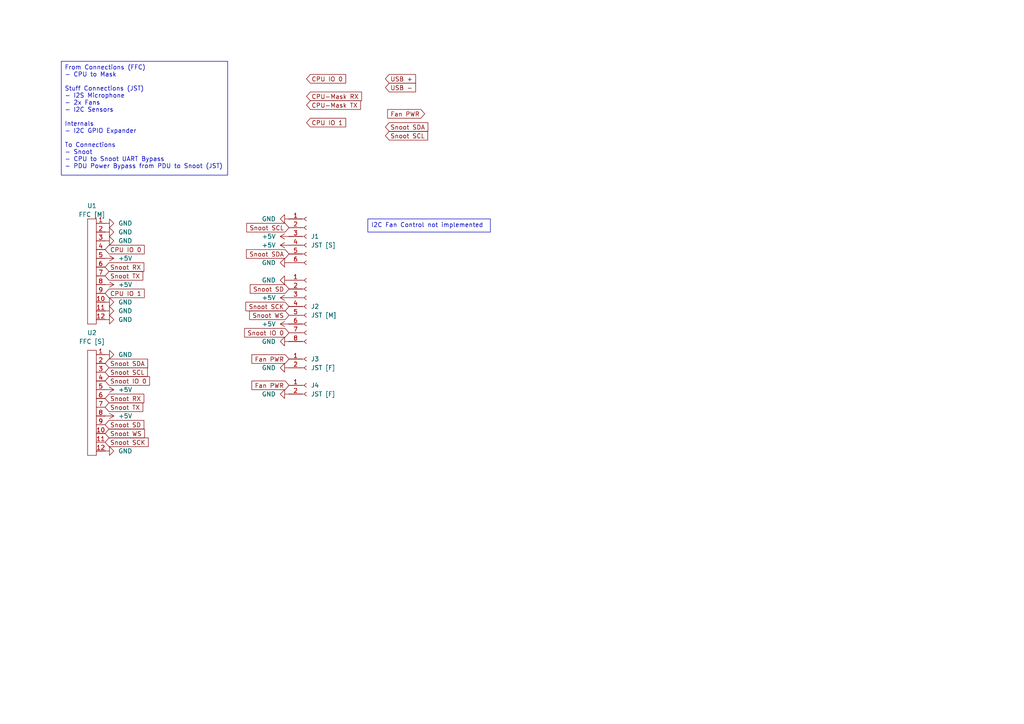
<source format=kicad_sch>
(kicad_sch (version 20231120) (generator "eeschema") (generator_version "8.0")
  (paper "A4")
  (lib_symbols
    (symbol "Connector:Conn_01x02_Socket" (pin_names (offset 1.016) hide)
      (property "Reference" "J" (at 0 2.54 0))
      (property "Value" "Conn_01x02_Socket" (at 0 -5.08 0))
      (symbol "Conn_01x02_Socket_1_1"
        (arc (start 0 -2.032) (mid -0.5058 -2.54) (end 0 -3.048) (stroke (width 0.1524)))
        (polyline (pts (xy -1.27 -2.54) (xy -0.508 -2.54)) (stroke (width 0.1524)))
        (polyline (pts (xy -1.27 0) (xy -0.508 0)) (stroke (width 0.1524)))
        (arc (start 0 0.508) (mid -0.5058 0) (end 0 -0.508) (stroke (width 0.1524)))
        (pin passive line (at -5.08 0 0) (length 3.81) (name "Pin_1") (number "1"))
        (pin passive line (at -5.08 -2.54 0) (length 3.81) (name "Pin_2") (number "2"))
      )
    )
    (symbol "Connector:Conn_01x06_Socket" (pin_names (offset 1.016) hide)
      (property "Reference" "J" (at 0 7.62 0))
      (property "Value" "Conn_01x06_Socket" (at 0 -10.16 0))
      (symbol "Conn_01x06_Socket_1_1"
        (arc (start 0 -7.112) (mid -0.5058 -7.62) (end 0 -8.128) (stroke (width 0.1524)))
        (arc (start 0 -4.572) (mid -0.5058 -5.08) (end 0 -5.588) (stroke (width 0.1524)))
        (arc (start 0 -2.032) (mid -0.5058 -2.54) (end 0 -3.048) (stroke (width 0.1524)))
        (polyline (pts (xy -1.27 -7.62) (xy -0.508 -7.62)) (stroke (width 0.1524)))
        (polyline (pts (xy -1.27 -5.08) (xy -0.508 -5.08)) (stroke (width 0.1524)))
        (polyline (pts (xy -1.27 -2.54) (xy -0.508 -2.54)) (stroke (width 0.1524)))
        (polyline (pts (xy -1.27 0) (xy -0.508 0)) (stroke (width 0.1524)))
        (polyline (pts (xy -1.27 2.54) (xy -0.508 2.54)) (stroke (width 0.1524)))
        (polyline (pts (xy -1.27 5.08) (xy -0.508 5.08)) (stroke (width 0.1524)))
        (arc (start 0 0.508) (mid -0.5058 0) (end 0 -0.508) (stroke (width 0.1524)))
        (arc (start 0 3.048) (mid -0.5058 2.54) (end 0 2.032) (stroke (width 0.1524)))
        (arc (start 0 5.588) (mid -0.5058 5.08) (end 0 4.572) (stroke (width 0.1524)))
        (pin passive line (at -5.08 5.08 0) (length 3.81) (name "Pin_1") (number "1"))
        (pin passive line (at -5.08 2.54 0) (length 3.81) (name "Pin_2") (number "2"))
        (pin passive line (at -5.08 0 0) (length 3.81) (name "Pin_3") (number "3"))
        (pin passive line (at -5.08 -2.54 0) (length 3.81) (name "Pin_4") (number "4"))
        (pin passive line (at -5.08 -5.08 0) (length 3.81) (name "Pin_5") (number "5"))
        (pin passive line (at -5.08 -7.62 0) (length 3.81) (name "Pin_6") (number "6"))
      )
    )
    (symbol "Connector:Conn_01x08_Socket" (pin_names (offset 1.016) hide)
      (property "Reference" "J" (at 0 10.16 0))
      (property "Value" "Conn_01x08_Socket" (at 0 -12.7 0))
      (symbol "Conn_01x08_Socket_1_1"
        (arc (start 0 -9.652) (mid -0.5058 -10.16) (end 0 -10.668) (stroke (width 0.1524)))
        (arc (start 0 -7.112) (mid -0.5058 -7.62) (end 0 -8.128) (stroke (width 0.1524)))
        (arc (start 0 -4.572) (mid -0.5058 -5.08) (end 0 -5.588) (stroke (width 0.1524)))
        (arc (start 0 -2.032) (mid -0.5058 -2.54) (end 0 -3.048) (stroke (width 0.1524)))
        (polyline (pts (xy -1.27 -10.16) (xy -0.508 -10.16)) (stroke (width 0.1524)))
        (polyline (pts (xy -1.27 -7.62) (xy -0.508 -7.62)) (stroke (width 0.1524)))
        (polyline (pts (xy -1.27 -5.08) (xy -0.508 -5.08)) (stroke (width 0.1524)))
        (polyline (pts (xy -1.27 -2.54) (xy -0.508 -2.54)) (stroke (width 0.1524)))
        (polyline (pts (xy -1.27 0) (xy -0.508 0)) (stroke (width 0.1524)))
        (polyline (pts (xy -1.27 2.54) (xy -0.508 2.54)) (stroke (width 0.1524)))
        (polyline (pts (xy -1.27 5.08) (xy -0.508 5.08)) (stroke (width 0.1524)))
        (polyline (pts (xy -1.27 7.62) (xy -0.508 7.62)) (stroke (width 0.1524)))
        (arc (start 0 0.508) (mid -0.5058 0) (end 0 -0.508) (stroke (width 0.1524)))
        (arc (start 0 3.048) (mid -0.5058 2.54) (end 0 2.032) (stroke (width 0.1524)))
        (arc (start 0 5.588) (mid -0.5058 5.08) (end 0 4.572) (stroke (width 0.1524)))
        (arc (start 0 8.128) (mid -0.5058 7.62) (end 0 7.112) (stroke (width 0.1524)))
        (pin passive line (at -5.08 7.62 0) (length 3.81) (name "Pin_1") (number "1"))
        (pin passive line (at -5.08 5.08 0) (length 3.81) (name "Pin_2") (number "2"))
        (pin passive line (at -5.08 2.54 0) (length 3.81) (name "Pin_3") (number "3"))
        (pin passive line (at -5.08 0 0) (length 3.81) (name "Pin_4") (number "4"))
        (pin passive line (at -5.08 -2.54 0) (length 3.81) (name "Pin_5") (number "5"))
        (pin passive line (at -5.08 -5.08 0) (length 3.81) (name "Pin_6") (number "6"))
        (pin passive line (at -5.08 -7.62 0) (length 3.81) (name "Pin_7") (number "7"))
        (pin passive line (at -5.08 -10.16 0) (length 3.81) (name "Pin_8") (number "8"))
      )
    )
    (symbol "FCC_Connector:FFC_12P"
      (property "Reference" "U" (at 0 16.764 0))
      (symbol "FFC_12P_0_1"
        (rectangle (start -1.27 15.24) (end 1.27 -15.24))
      )
      (symbol "FFC_12P_1_1"
        (pin input line (at 3.81 13.97 180) (length 2.54) (name "") (number "1"))
        (pin input line (at 3.81 -8.89 180) (length 2.54) (name "") (number "10"))
        (pin input line (at 3.81 -11.43 180) (length 2.54) (name "") (number "11"))
        (pin input line (at 3.81 -13.97 180) (length 2.54) (name "") (number "12"))
        (pin input line (at 3.81 11.43 180) (length 2.54) (name "") (number "2"))
        (pin input line (at 3.81 8.89 180) (length 2.54) (name "") (number "3"))
        (pin input line (at 3.81 6.35 180) (length 2.54) (name "") (number "4"))
        (pin input line (at 3.81 3.81 180) (length 2.54) (name "") (number "5"))
        (pin input line (at 3.81 1.27 180) (length 2.54) (name "") (number "6"))
        (pin input line (at 3.81 -1.27 180) (length 2.54) (name "") (number "7"))
        (pin input line (at 3.81 -3.81 180) (length 2.54) (name "") (number "8"))
        (pin input line (at 3.81 -6.35 180) (length 2.54) (name "") (number "9"))
      )
    )
    (symbol "power:+5V" (power) (pin_numbers hide) (pin_names (offset 0) hide)
      (property "Value" "+5V" (at 0 3.556 0))
      (symbol "+5V_0_1"
        (polyline (pts (xy -0.762 1.27) (xy 0 2.54)))
        (polyline (pts (xy 0 0) (xy 0 2.54)))
        (polyline (pts (xy 0 2.54) (xy 0.762 1.27)))
      )
      (symbol "+5V_1_1"
        (pin power_in line (at 0 0 90) (length 0) (name "~") (number "1"))
      )
    )
    (symbol "power:GND" (power) (pin_numbers hide) (pin_names (offset 0) hide)
      (property "Value" "GND" (at 0 -3.81 0))
      (symbol "GND_0_1"
        (polyline (pts (xy 0 0) (xy 0 -1.27) (xy 1.27 -1.27) (xy 0 -2.54) (xy -1.27 -1.27) (xy 0 -1.27)))
      )
      (symbol "GND_1_1"
        (pin power_in line (at 0 0 270) (length 0) (name "~") (number "1"))
      )
    )
  )
  (text_box "I2C Fan Control not implemented" (at 106.68 63.5 0) (size 35.56 3.81) (effects (font (size 1.27 1.27)) (justify left top)))
  (text_box "From Connections (FFC)\n- CPU to Mask\n\nStuff Connections (JST)\n- I2S Microphone\n- 2x Fans\n- I2C Sensors\n\nInternals\n- I2C GPIO Expander\n\nTo Connections\n- Snoot\n- CPU to Snoot UART Bypass\n- PDU Power Bypass from PDU to Snoot (JST)" (at 17.78 17.78 0) (size 48.26 33.02) (effects (font (size 1.27 1.27)) (justify left top)))
  (global_label "USB +" (shape input) (at 111.76 22.86 0) (property "Intersheetrefs" "${INTERSHEET_REFS}" (effects (hide yes))))
  (global_label "CPU-Mask TX" (shape input) (at 88.9 30.48 0) (property "Intersheetrefs" "${INTERSHEET_REFS}" (effects (hide yes))))
  (global_label "Snoot SD" (shape input) (at 83.82 83.82 180) (property "Intersheetrefs" "${INTERSHEET_REFS}" (effects (hide yes))))
  (global_label "Snoot SDA" (shape input) (at 111.76 36.83 0) (property "Intersheetrefs" "${INTERSHEET_REFS}" (effects (hide yes))))
  (global_label "Snoot SCL" (shape input) (at 83.82 66.04 180) (property "Intersheetrefs" "${INTERSHEET_REFS}" (effects (hide yes))))
  (global_label "CPU-Mask RX" (shape input) (at 88.9 27.94 0) (property "Intersheetrefs" "${INTERSHEET_REFS}" (effects (hide yes))))
  (global_label "Snoot WS" (shape input) (at 83.82 91.44 180) (property "Intersheetrefs" "${INTERSHEET_REFS}" (effects (hide yes))))
  (global_label "Snoot WS" (shape input) (at 30.48 125.73 0) (property "Intersheetrefs" "${INTERSHEET_REFS}" (effects (hide yes))))
  (global_label "CPU IO 1" (shape input) (at 88.9 35.56 0) (property "Intersheetrefs" "${INTERSHEET_REFS}" (effects (hide yes))))
  (global_label "CPU IO 0" (shape input) (at 30.48 72.39 0) (property "Intersheetrefs" "${INTERSHEET_REFS}" (effects (hide yes))))
  (global_label "Fan PWR" (shape input) (at 83.82 104.14 180) (property "Intersheetrefs" "${INTERSHEET_REFS}" (effects (hide yes))))
  (global_label "Snoot IO 0" (shape input) (at 30.48 110.49 0) (property "Intersheetrefs" "${INTERSHEET_REFS}" (effects (hide yes))))
  (global_label "Snoot SCL" (shape input) (at 30.48 107.95 0) (property "Intersheetrefs" "${INTERSHEET_REFS}" (effects (hide yes))))
  (global_label "CPU IO 0" (shape input) (at 88.9 22.86 0) (property "Intersheetrefs" "${INTERSHEET_REFS}" (effects (hide yes))))
  (global_label "Snoot SDA" (shape input) (at 83.82 73.66 180) (property "Intersheetrefs" "${INTERSHEET_REFS}" (effects (hide yes))))
  (global_label "USB -" (shape input) (at 111.76 25.4 0) (property "Intersheetrefs" "${INTERSHEET_REFS}" (effects (hide yes))))
  (global_label "Snoot SDA" (shape input) (at 30.48 105.41 0) (property "Intersheetrefs" "${INTERSHEET_REFS}" (effects (hide yes))))
  (global_label "Snoot RX" (shape input) (at 30.48 77.47 0) (property "Intersheetrefs" "${INTERSHEET_REFS}" (effects (hide yes))))
  (global_label "Snoot RX" (shape input) (at 30.48 115.57 0) (property "Intersheetrefs" "${INTERSHEET_REFS}" (effects (hide yes))))
  (global_label "Snoot IO 0" (shape input) (at 83.82 96.52 180) (property "Intersheetrefs" "${INTERSHEET_REFS}" (effects (hide yes))))
  (global_label "Snoot TX" (shape input) (at 30.48 118.11 0) (property "Intersheetrefs" "${INTERSHEET_REFS}" (effects (hide yes))))
  (global_label "Snoot SCL" (shape input) (at 111.76 39.37 0) (property "Intersheetrefs" "${INTERSHEET_REFS}" (effects (hide yes))))
  (global_label "Fan PWR" (shape input) (at 123.19 33.02 180) (property "Intersheetrefs" "${INTERSHEET_REFS}" (effects (hide yes))))
  (global_label "Fan PWR" (shape input) (at 83.82 111.76 180) (property "Intersheetrefs" "${INTERSHEET_REFS}" (effects (hide yes))))
  (global_label "Snoot TX" (shape input) (at 30.48 80.01 0) (property "Intersheetrefs" "${INTERSHEET_REFS}" (effects (hide yes))))
  (global_label "Snoot SCK" (shape input) (at 83.82 88.9 180) (property "Intersheetrefs" "${INTERSHEET_REFS}" (effects (hide yes))))
  (global_label "Snoot SD" (shape input) (at 30.48 123.19 0) (property "Intersheetrefs" "${INTERSHEET_REFS}" (effects (hide yes))))
  (global_label "Snoot SCK" (shape input) (at 30.48 128.27 0) (property "Intersheetrefs" "${INTERSHEET_REFS}" (effects (hide yes))))
  (global_label "CPU IO 1" (shape input) (at 30.48 85.09 0) (property "Intersheetrefs" "${INTERSHEET_REFS}" (effects (hide yes))))
  (symbol (lib_id "FCC_Connector:FFC_12P") (at 26.67 116.84 0) (unit 1)
    (property "Reference" "U2" (at 26.67 96.52 0))
    (property "Value" "FFC [S]" (at 26.67 99.06 0))
    (property "Footprint" "FFC_Connector:FFC Aliexpress 0.5mm 12P" (effects (hide yes)))
  )
  (symbol (lib_id "power:GND") (at 30.48 102.87 90) (unit 1)
    (property "Reference" "#PWR017" (effects (hide yes)))
    (property "Value" "GND" (at 34.29 102.8699 90) (effects (justify right)))
    (property "Description" "Power symbol creates a global label with name \"GND\" , ground" (effects (hide yes)))
  )
  (symbol (lib_id "power:GND") (at 30.48 69.85 90) (unit 1)
    (property "Reference" "#PWR011" (effects (hide yes)))
    (property "Value" "GND" (at 34.29 69.8499 90) (effects (justify right)))
    (property "Description" "Power symbol creates a global label with name \"GND\" , ground" (effects (hide yes)))
  )
  (symbol (lib_id "power:GND") (at 83.82 81.28 270) (unit 1)
    (property "Reference" "#PWR022" (effects (hide yes)))
    (property "Value" "GND" (at 80.01 81.2799 90) (effects (justify right)))
    (property "Description" "Power symbol creates a global label with name \"GND\" , ground" (effects (hide yes)))
  )
  (symbol (lib_id "power:GND") (at 83.82 76.2 270) (unit 1)
    (property "Reference" "#PWR019" (effects (hide yes)))
    (property "Value" "GND" (at 80.01 76.1999 90) (effects (justify right)))
    (property "Description" "Power symbol creates a global label with name \"GND\" , ground" (effects (hide yes)))
  )
  (symbol (lib_id "power:+5V") (at 30.48 120.65 270) (unit 1)
    (property "Reference" "#PWR021" (effects (hide yes)))
    (property "Value" "+5V" (at 34.29 120.6499 90) (effects (justify left)))
    (property "Description" "Power symbol creates a global label with name \"+5V\"" (effects (hide yes)))
  )
  (symbol (lib_id "power:+5V") (at 83.82 93.98 90) (unit 1)
    (property "Reference" "#PWR026" (effects (hide yes)))
    (property "Value" "+5V" (at 80.01 93.9799 90) (effects (justify left)))
    (property "Description" "Power symbol creates a global label with name \"+5V\"" (effects (hide yes)))
  )
  (symbol (lib_id "FCC_Connector:FFC_12P") (at 26.67 78.74 0) (unit 1)
    (property "Reference" "U1" (at 26.67 59.69 0))
    (property "Value" "FFC [M]" (at 26.67 62.23 0))
    (property "Footprint" "FFC_Connector:FFC Aliexpress 0.5mm 12P" (effects (hide yes)))
  )
  (symbol (lib_id "power:GND") (at 83.82 114.3 270) (unit 1)
    (property "Reference" "#PWR028" (effects (hide yes)))
    (property "Value" "GND" (at 80.01 114.2999 90) (effects (justify right)))
    (property "Description" "Power symbol creates a global label with name \"GND\" , ground" (effects (hide yes)))
  )
  (symbol (lib_id "power:+5V") (at 30.48 74.93 270) (unit 1)
    (property "Reference" "#PWR015" (effects (hide yes)))
    (property "Value" "+5V" (at 34.29 74.9299 90) (effects (justify left)))
    (property "Description" "Power symbol creates a global label with name \"+5V\"" (effects (hide yes)))
  )
  (symbol (lib_id "power:+5V") (at 83.82 71.12 90) (unit 1)
    (property "Reference" "#PWR030" (effects (hide yes)))
    (property "Value" "+5V" (at 80.01 71.1199 90) (effects (justify left)))
    (property "Description" "Power symbol creates a global label with name \"+5V\"" (effects (hide yes)))
  )
  (symbol (lib_id "power:+5V") (at 83.82 68.58 90) (unit 1)
    (property "Reference" "#PWR029" (effects (hide yes)))
    (property "Value" "+5V" (at 80.01 68.5799 90) (effects (justify left)))
    (property "Description" "Power symbol creates a global label with name \"+5V\"" (effects (hide yes)))
  )
  (symbol (lib_id "power:+5V") (at 30.48 82.55 270) (unit 1)
    (property "Reference" "#PWR016" (effects (hide yes)))
    (property "Value" "+5V" (at 34.29 82.5499 90) (effects (justify left)))
    (property "Description" "Power symbol creates a global label with name \"+5V\"" (effects (hide yes)))
  )
  (symbol (lib_id "power:GND") (at 83.82 63.5 270) (unit 1)
    (property "Reference" "#PWR018" (effects (hide yes)))
    (property "Value" "GND" (at 80.01 63.4999 90) (effects (justify right)))
    (property "Description" "Power symbol creates a global label with name \"GND\" , ground" (effects (hide yes)))
  )
  (symbol (lib_id "power:GND") (at 83.82 106.68 270) (unit 1)
    (property "Reference" "#PWR027" (effects (hide yes)))
    (property "Value" "GND" (at 80.01 106.6799 90) (effects (justify right)))
    (property "Description" "Power symbol creates a global label with name \"GND\" , ground" (effects (hide yes)))
  )
  (symbol (lib_id "Connector:Conn_01x08_Socket") (at 88.9 88.9 0) (unit 1)
    (property "Reference" "J2" (at 90.17 88.8999 0) (effects (justify left)))
    (property "Value" "JST [M]" (at 90.17 91.4399 0) (effects (justify left)))
    (property "Description" "Generic connector, single row, 01x08, script generated" (effects (hide yes)))
  )
  (symbol (lib_id "power:GND") (at 30.48 87.63 90) (unit 1)
    (property "Reference" "#PWR012" (effects (hide yes)))
    (property "Value" "GND" (at 34.29 87.6299 90) (effects (justify right)))
    (property "Description" "Power symbol creates a global label with name \"GND\" , ground" (effects (hide yes)))
  )
  (symbol (lib_id "power:GND") (at 30.48 67.31 90) (unit 1)
    (property "Reference" "#PWR010" (effects (hide yes)))
    (property "Value" "GND" (at 34.29 67.3099 90) (effects (justify right)))
    (property "Description" "Power symbol creates a global label with name \"GND\" , ground" (effects (hide yes)))
  )
  (symbol (lib_id "Connector:Conn_01x02_Socket") (at 88.9 111.76 0) (unit 1)
    (property "Reference" "J4" (at 90.17 111.7599 0) (effects (justify left)))
    (property "Value" "JST [F]" (at 90.17 114.2999 0) (effects (justify left)))
    (property "Description" "Generic connector, single row, 01x02, script generated" (effects (hide yes)))
  )
  (symbol (lib_id "power:GND") (at 30.48 92.71 90) (unit 1)
    (property "Reference" "#PWR014" (effects (hide yes)))
    (property "Value" "GND" (at 34.29 92.7099 90) (effects (justify right)))
    (property "Description" "Power symbol creates a global label with name \"GND\" , ground" (effects (hide yes)))
  )
  (symbol (lib_id "power:+5V") (at 83.82 86.36 90) (unit 1)
    (property "Reference" "#PWR025" (effects (hide yes)))
    (property "Value" "+5V" (at 80.01 86.3599 90) (effects (justify left)))
    (property "Description" "Power symbol creates a global label with name \"+5V\"" (effects (hide yes)))
  )
  (symbol (lib_id "Connector:Conn_01x06_Socket") (at 88.9 68.58 0) (unit 1)
    (property "Reference" "J1" (at 90.17 68.5799 0) (effects (justify left)))
    (property "Value" "JST [S]" (at 90.17 71.1199 0) (effects (justify left)))
    (property "Description" "Generic connector, single row, 01x06, script generated" (effects (hide yes)))
  )
  (symbol (lib_id "power:GND") (at 30.48 64.77 90) (unit 1)
    (property "Reference" "#PWR09" (effects (hide yes)))
    (property "Value" "GND" (at 34.29 64.7699 90) (effects (justify right)))
    (property "Description" "Power symbol creates a global label with name \"GND\" , ground" (effects (hide yes)))
  )
  (symbol (lib_id "power:GND") (at 30.48 130.81 90) (unit 1)
    (property "Reference" "#PWR024" (effects (hide yes)))
    (property "Value" "GND" (at 34.29 130.8099 90) (effects (justify right)))
    (property "Description" "Power symbol creates a global label with name \"GND\" , ground" (effects (hide yes)))
  )
  (symbol (lib_id "power:GND") (at 30.48 90.17 90) (unit 1)
    (property "Reference" "#PWR013" (effects (hide yes)))
    (property "Value" "GND" (at 34.29 90.1699 90) (effects (justify right)))
    (property "Description" "Power symbol creates a global label with name \"GND\" , ground" (effects (hide yes)))
  )
  (symbol (lib_id "power:+5V") (at 30.48 113.03 270) (unit 1)
    (property "Reference" "#PWR020" (effects (hide yes)))
    (property "Value" "+5V" (at 34.29 113.0299 90) (effects (justify left)))
    (property "Description" "Power symbol creates a global label with name \"+5V\"" (effects (hide yes)))
  )
  (symbol (lib_id "power:GND") (at 83.82 99.06 270) (unit 1)
    (property "Reference" "#PWR023" (effects (hide yes)))
    (property "Value" "GND" (at 80.01 99.0599 90) (effects (justify right)))
    (property "Description" "Power symbol creates a global label with name \"GND\" , ground" (effects (hide yes)))
  )
  (symbol (lib_id "Connector:Conn_01x02_Socket") (at 88.9 104.14 0) (unit 1)
    (property "Reference" "J3" (at 90.17 104.1399 0) (effects (justify left)))
    (property "Value" "JST [F]" (at 90.17 106.6799 0) (effects (justify left)))
    (property "Description" "Generic connector, single row, 01x02, script generated" (effects (hide yes)))
  )
)
</source>
